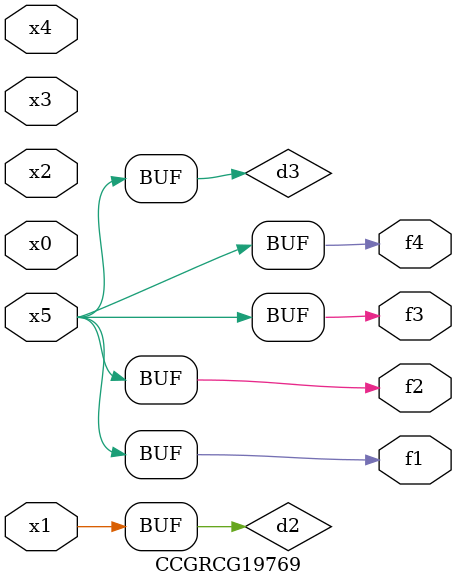
<source format=v>
module CCGRCG19769(
	input x0, x1, x2, x3, x4, x5,
	output f1, f2, f3, f4
);

	wire d1, d2, d3;

	not (d1, x5);
	or (d2, x1);
	xnor (d3, d1);
	assign f1 = d3;
	assign f2 = d3;
	assign f3 = d3;
	assign f4 = d3;
endmodule

</source>
